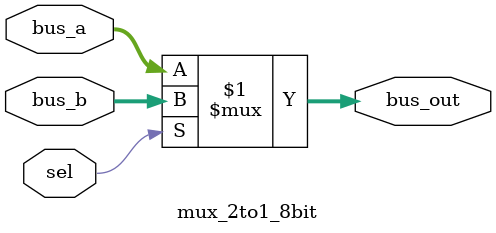
<source format=v>
module mux_2to1_8bit (
    input wire [7:0] bus_a,  // 8-bit input bus A
    input wire [7:0] bus_b,  // 8-bit input bus B
    input wire sel,          // Select signal (0 for bus_a, 1 for bus_b)
    output wire [7:0] bus_out // 8-bit output bus
);

// 2-to-1 multiplexer logic
assign bus_out = (sel) ? bus_b : bus_a;

endmodule
</source>
